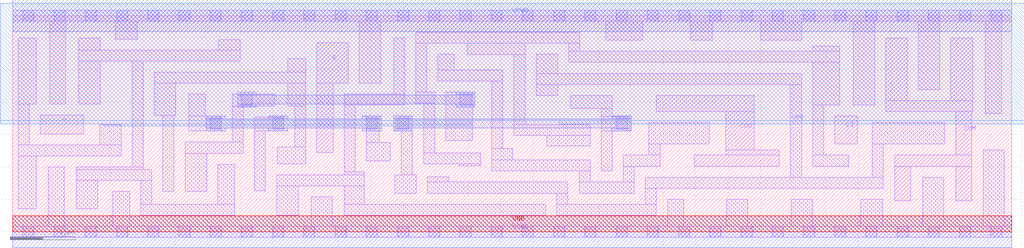
<source format=lef>
# Copyright 2020 The SkyWater PDK Authors
#
# Licensed under the Apache License, Version 2.0 (the "License");
# you may not use this file except in compliance with the License.
# You may obtain a copy of the License at
#
#     https://www.apache.org/licenses/LICENSE-2.0
#
# Unless required by applicable law or agreed to in writing, software
# distributed under the License is distributed on an "AS IS" BASIS,
# WITHOUT WARRANTIES OR CONDITIONS OF ANY KIND, either express or implied.
# See the License for the specific language governing permissions and
# limitations under the License.
#
# SPDX-License-Identifier: Apache-2.0

VERSION 5.7 ;
  NOWIREEXTENSIONATPIN ON ;
  DIVIDERCHAR "/" ;
  BUSBITCHARS "[]" ;
MACRO sky130_fd_sc_hs__fah_4
  CLASS CORE ;
  FOREIGN sky130_fd_sc_hs__fah_4 ;
  ORIGIN  0.000000  0.000000 ;
  SIZE  15.36000 BY  3.330000 ;
  SYMMETRY X Y ;
  SITE unit ;
  PIN A
    ANTENNAGATEAREA  0.492000 ;
    DIRECTION INPUT ;
    USE SIGNAL ;
    PORT
      LAYER li1 ;
        RECT 0.425000 1.510000 1.095000 1.800000 ;
    END
  END A
  PIN B
    ANTENNAGATEAREA  0.723000 ;
    DIRECTION INPUT ;
    USE SIGNAL ;
    PORT
      LAYER li1 ;
        RECT 4.675000 1.220000 4.925000 2.290000 ;
        RECT 4.675000 2.290000 5.155000 2.910000 ;
    END
  END B
  PIN CI
    ANTENNAGATEAREA  0.246000 ;
    DIRECTION INPUT ;
    USE SIGNAL ;
    PORT
      LAYER li1 ;
        RECT 12.635000 1.350000 12.980000 1.780000 ;
    END
  END CI
  PIN COUT
    ANTENNADIFFAREA  1.086400 ;
    DIRECTION OUTPUT ;
    USE SIGNAL ;
    PORT
      LAYER li1 ;
        RECT  9.890000 1.850000 11.395000 2.100000 ;
        RECT 10.475000 1.010000 11.785000 1.180000 ;
        RECT 10.960000 1.180000 11.785000 1.260000 ;
        RECT 10.960000 1.260000 11.395000 1.850000 ;
    END
  END COUT
  PIN SUM
    ANTENNADIFFAREA  1.097600 ;
    DIRECTION OUTPUT ;
    USE SIGNAL ;
    PORT
      LAYER li1 ;
        RECT 13.420000 1.850000 14.755000 2.020000 ;
        RECT 13.420000 2.020000 13.750000 2.980000 ;
        RECT 13.555000 0.480000 13.805000 1.010000 ;
        RECT 13.555000 1.010000 14.745000 1.180000 ;
        RECT 14.420000 2.020000 14.755000 2.980000 ;
        RECT 14.495000 0.480000 14.745000 1.010000 ;
        RECT 14.495000 1.180000 14.745000 1.850000 ;
    END
  END SUM
  PIN VGND
    DIRECTION INOUT ;
    USE GROUND ;
    PORT
      LAYER met1 ;
        RECT 0.000000 -0.245000 15.360000 0.245000 ;
    END
  END VGND
  PIN VNB
    DIRECTION INOUT ;
    USE GROUND ;
    PORT
      LAYER pwell ;
        RECT 0.000000 0.000000 15.360000 0.245000 ;
    END
  END VNB
  PIN VPB
    DIRECTION INOUT ;
    USE POWER ;
    PORT
      LAYER nwell ;
        RECT -0.190000 1.660000  7.055000 1.715000 ;
        RECT -0.190000 1.715000 15.550000 3.520000 ;
        RECT  1.415000 1.630000  7.055000 1.660000 ;
        RECT  8.400000 1.660000 15.550000 1.715000 ;
    END
  END VPB
  PIN VPWR
    DIRECTION INOUT ;
    USE POWER ;
    PORT
      LAYER met1 ;
        RECT 0.000000 3.085000 15.360000 3.575000 ;
    END
  END VPWR
  OBS
    LAYER li1 ;
      RECT  0.000000 -0.085000 15.360000 0.085000 ;
      RECT  0.000000  3.245000 15.360000 3.415000 ;
      RECT  0.085000  0.350000  0.365000 1.170000 ;
      RECT  0.085000  1.170000  1.665000 1.340000 ;
      RECT  0.085000  1.340000  0.255000 1.970000 ;
      RECT  0.085000  1.970000  0.365000 2.980000 ;
      RECT  0.545000  0.085000  0.795000 1.000000 ;
      RECT  0.565000  1.970000  0.815000 3.245000 ;
      RECT  0.975000  0.350000  1.305000 0.790000 ;
      RECT  0.975000  0.790000  2.135000 0.960000 ;
      RECT  0.975000  0.960000  2.005000 1.000000 ;
      RECT  1.015000  1.970000  1.345000 2.630000 ;
      RECT  1.015000  2.630000  3.495000 2.800000 ;
      RECT  1.015000  2.800000  1.345000 2.980000 ;
      RECT  1.335000  1.340000  1.665000 1.650000 ;
      RECT  1.535000  0.085000  1.795000 0.620000 ;
      RECT  1.575000  2.970000  1.915000 3.245000 ;
      RECT  1.835000  1.000000  2.005000 2.630000 ;
      RECT  1.965000  0.255000  3.415000 0.425000 ;
      RECT  1.965000  0.425000  2.135000 0.790000 ;
      RECT  2.175000  1.790000  2.505000 2.290000 ;
      RECT  2.175000  2.290000  4.505000 2.460000 ;
      RECT  2.305000  0.625000  2.475000 1.790000 ;
      RECT  2.655000  0.625000  2.985000 1.210000 ;
      RECT  2.655000  1.210000  3.545000 1.380000 ;
      RECT  2.705000  1.550000  3.205000 1.780000 ;
      RECT  2.705000  1.780000  2.960000 2.120000 ;
      RECT  3.155000  0.425000  3.415000 1.040000 ;
      RECT  3.165000  2.800000  3.495000 2.960000 ;
      RECT  3.375000  1.380000  3.545000 1.935000 ;
      RECT  3.375000  1.935000  4.030000 2.120000 ;
      RECT  3.715000  0.630000  3.885000 1.550000 ;
      RECT  3.715000  1.550000  4.165000 1.765000 ;
      RECT  4.055000  0.255000  4.385000 0.705000 ;
      RECT  4.055000  0.705000  5.405000 0.875000 ;
      RECT  4.065000  1.045000  4.505000 1.310000 ;
      RECT  4.230000  1.935000  4.505000 2.290000 ;
      RECT  4.230000  2.460000  4.505000 2.670000 ;
      RECT  4.335000  1.310000  4.505000 1.935000 ;
      RECT  4.585000  0.085000  4.915000 0.535000 ;
      RECT  5.095000  0.255000  8.195000 0.425000 ;
      RECT  5.095000  0.425000  5.405000 0.705000 ;
      RECT  5.095000  0.875000  5.405000 0.920000 ;
      RECT  5.095000  0.920000  5.265000 1.950000 ;
      RECT  5.095000  1.950000  6.025000 2.120000 ;
      RECT  5.325000  2.290000  5.655000 3.245000 ;
      RECT  5.435000  1.090000  5.805000 1.375000 ;
      RECT  5.435000  1.375000  5.635000 1.780000 ;
      RECT  5.855000  2.120000  6.025000 2.980000 ;
      RECT  5.875000  0.595000  6.205000 0.875000 ;
      RECT  5.885000  1.550000  6.145000 1.780000 ;
      RECT  5.975000  0.875000  6.145000 1.550000 ;
      RECT  6.195000  1.980000  6.485000 2.150000 ;
      RECT  6.195000  2.150000  6.365000 2.905000 ;
      RECT  6.195000  2.905000  8.715000 3.075000 ;
      RECT  6.315000  1.045000  7.195000 1.215000 ;
      RECT  6.315000  1.215000  6.485000 1.980000 ;
      RECT  6.375000  0.595000  8.535000 0.765000 ;
      RECT  6.375000  0.765000  6.705000 0.845000 ;
      RECT  6.535000  2.320000  7.535000 2.490000 ;
      RECT  6.535000  2.490000  6.785000 2.735000 ;
      RECT  6.655000  1.405000  7.075000 2.150000 ;
      RECT  6.865000  1.015000  7.195000 1.045000 ;
      RECT  6.990000  2.725000  7.875000 2.905000 ;
      RECT  7.365000  0.935000  8.875000 1.105000 ;
      RECT  7.365000  1.105000  7.685000 1.285000 ;
      RECT  7.365000  1.285000  7.535000 2.320000 ;
      RECT  7.705000  1.480000  8.875000 1.650000 ;
      RECT  7.705000  1.650000  7.875000 2.725000 ;
      RECT  8.045000  2.095000  8.375000 2.270000 ;
      RECT  8.045000  2.270000 12.125000 2.440000 ;
      RECT  8.045000  2.440000  8.375000 2.735000 ;
      RECT  8.205000  1.320000  8.875000 1.480000 ;
      RECT  8.365000  0.255000  9.895000 0.425000 ;
      RECT  8.365000  0.425000  8.535000 0.595000 ;
      RECT  8.545000  2.610000 12.715000 2.780000 ;
      RECT  8.545000  2.780000  8.715000 2.905000 ;
      RECT  8.580000  1.900000  9.215000 2.100000 ;
      RECT  8.705000  0.595000  9.555000 0.765000 ;
      RECT  8.705000  0.765000  8.875000 0.935000 ;
      RECT  9.045000  0.935000  9.215000 1.550000 ;
      RECT  9.045000  1.550000  9.475000 1.775000 ;
      RECT  9.045000  1.775000  9.215000 1.900000 ;
      RECT  9.115000  2.950000  9.685000 3.245000 ;
      RECT  9.385000  0.765000  9.555000 1.010000 ;
      RECT  9.385000  1.010000  9.950000 1.180000 ;
      RECT  9.725000  0.425000  9.895000 0.670000 ;
      RECT  9.725000  0.670000 13.385000 0.840000 ;
      RECT  9.780000  1.180000  9.950000 1.350000 ;
      RECT  9.780000  1.350000 10.710000 1.680000 ;
      RECT 10.065000  0.085000 10.315000 0.500000 ;
      RECT 10.425000  2.950000 10.755000 3.245000 ;
      RECT 10.965000  0.085000 11.295000 0.500000 ;
      RECT 11.495000  2.950000 12.125000 3.245000 ;
      RECT 11.955000  0.840000 12.125000 2.270000 ;
      RECT 11.965000  0.085000 12.295000 0.500000 ;
      RECT 12.295000  1.010000 12.855000 1.180000 ;
      RECT 12.295000  1.180000 12.465000 1.950000 ;
      RECT 12.295000  1.950000 12.715000 2.610000 ;
      RECT 12.295000  2.780000 12.715000 2.860000 ;
      RECT 12.920000  1.950000 13.250000 3.245000 ;
      RECT 13.035000  0.085000 13.375000 0.500000 ;
      RECT 13.215000  0.840000 13.385000 1.350000 ;
      RECT 13.215000  1.350000 14.325000 1.680000 ;
      RECT 13.920000  2.190000 14.250000 3.245000 ;
      RECT 13.985000  0.085000 14.315000 0.840000 ;
      RECT 14.915000  0.085000 15.245000 1.260000 ;
      RECT 14.950000  1.820000 15.200000 3.245000 ;
    LAYER mcon ;
      RECT  0.155000 -0.085000  0.325000 0.085000 ;
      RECT  0.155000  3.245000  0.325000 3.415000 ;
      RECT  0.635000 -0.085000  0.805000 0.085000 ;
      RECT  0.635000  3.245000  0.805000 3.415000 ;
      RECT  1.115000 -0.085000  1.285000 0.085000 ;
      RECT  1.115000  3.245000  1.285000 3.415000 ;
      RECT  1.595000 -0.085000  1.765000 0.085000 ;
      RECT  1.595000  3.245000  1.765000 3.415000 ;
      RECT  2.075000 -0.085000  2.245000 0.085000 ;
      RECT  2.075000  3.245000  2.245000 3.415000 ;
      RECT  2.555000 -0.085000  2.725000 0.085000 ;
      RECT  2.555000  3.245000  2.725000 3.415000 ;
      RECT  3.035000 -0.085000  3.205000 0.085000 ;
      RECT  3.035000  1.580000  3.205000 1.750000 ;
      RECT  3.035000  3.245000  3.205000 3.415000 ;
      RECT  3.515000 -0.085000  3.685000 0.085000 ;
      RECT  3.515000  1.950000  3.685000 2.120000 ;
      RECT  3.515000  3.245000  3.685000 3.415000 ;
      RECT  3.995000 -0.085000  4.165000 0.085000 ;
      RECT  3.995000  1.580000  4.165000 1.750000 ;
      RECT  3.995000  3.245000  4.165000 3.415000 ;
      RECT  4.475000 -0.085000  4.645000 0.085000 ;
      RECT  4.475000  3.245000  4.645000 3.415000 ;
      RECT  4.955000 -0.085000  5.125000 0.085000 ;
      RECT  4.955000  3.245000  5.125000 3.415000 ;
      RECT  5.435000 -0.085000  5.605000 0.085000 ;
      RECT  5.435000  1.580000  5.605000 1.750000 ;
      RECT  5.435000  3.245000  5.605000 3.415000 ;
      RECT  5.915000 -0.085000  6.085000 0.085000 ;
      RECT  5.915000  1.580000  6.085000 1.750000 ;
      RECT  5.915000  3.245000  6.085000 3.415000 ;
      RECT  6.395000 -0.085000  6.565000 0.085000 ;
      RECT  6.395000  3.245000  6.565000 3.415000 ;
      RECT  6.875000 -0.085000  7.045000 0.085000 ;
      RECT  6.875000  1.950000  7.045000 2.120000 ;
      RECT  6.875000  3.245000  7.045000 3.415000 ;
      RECT  7.355000 -0.085000  7.525000 0.085000 ;
      RECT  7.355000  3.245000  7.525000 3.415000 ;
      RECT  7.835000 -0.085000  8.005000 0.085000 ;
      RECT  7.835000  3.245000  8.005000 3.415000 ;
      RECT  8.315000 -0.085000  8.485000 0.085000 ;
      RECT  8.315000  3.245000  8.485000 3.415000 ;
      RECT  8.795000 -0.085000  8.965000 0.085000 ;
      RECT  8.795000  3.245000  8.965000 3.415000 ;
      RECT  9.275000 -0.085000  9.445000 0.085000 ;
      RECT  9.275000  1.580000  9.445000 1.750000 ;
      RECT  9.275000  3.245000  9.445000 3.415000 ;
      RECT  9.755000 -0.085000  9.925000 0.085000 ;
      RECT  9.755000  3.245000  9.925000 3.415000 ;
      RECT 10.235000 -0.085000 10.405000 0.085000 ;
      RECT 10.235000  3.245000 10.405000 3.415000 ;
      RECT 10.715000 -0.085000 10.885000 0.085000 ;
      RECT 10.715000  3.245000 10.885000 3.415000 ;
      RECT 11.195000 -0.085000 11.365000 0.085000 ;
      RECT 11.195000  3.245000 11.365000 3.415000 ;
      RECT 11.675000 -0.085000 11.845000 0.085000 ;
      RECT 11.675000  3.245000 11.845000 3.415000 ;
      RECT 12.155000 -0.085000 12.325000 0.085000 ;
      RECT 12.155000  3.245000 12.325000 3.415000 ;
      RECT 12.635000 -0.085000 12.805000 0.085000 ;
      RECT 12.635000  3.245000 12.805000 3.415000 ;
      RECT 13.115000 -0.085000 13.285000 0.085000 ;
      RECT 13.115000  3.245000 13.285000 3.415000 ;
      RECT 13.595000 -0.085000 13.765000 0.085000 ;
      RECT 13.595000  3.245000 13.765000 3.415000 ;
      RECT 14.075000 -0.085000 14.245000 0.085000 ;
      RECT 14.075000  3.245000 14.245000 3.415000 ;
      RECT 14.555000 -0.085000 14.725000 0.085000 ;
      RECT 14.555000  3.245000 14.725000 3.415000 ;
      RECT 15.035000 -0.085000 15.205000 0.085000 ;
      RECT 15.035000  3.245000 15.205000 3.415000 ;
    LAYER met1 ;
      RECT 2.975000 1.550000 3.265000 1.595000 ;
      RECT 2.975000 1.595000 5.665000 1.735000 ;
      RECT 2.975000 1.735000 3.265000 1.780000 ;
      RECT 3.455000 1.920000 3.745000 1.965000 ;
      RECT 3.455000 1.965000 7.105000 2.105000 ;
      RECT 3.455000 2.105000 3.745000 2.150000 ;
      RECT 3.935000 1.550000 4.225000 1.595000 ;
      RECT 3.935000 1.735000 4.225000 1.780000 ;
      RECT 5.375000 1.550000 5.665000 1.595000 ;
      RECT 5.375000 1.735000 5.665000 1.780000 ;
      RECT 5.855000 1.550000 6.145000 1.595000 ;
      RECT 5.855000 1.595000 9.505000 1.735000 ;
      RECT 5.855000 1.735000 6.145000 1.780000 ;
      RECT 6.815000 1.920000 7.105000 1.965000 ;
      RECT 6.815000 2.105000 7.105000 2.150000 ;
      RECT 9.215000 1.550000 9.505000 1.595000 ;
      RECT 9.215000 1.735000 9.505000 1.780000 ;
  END
END sky130_fd_sc_hs__fah_4
END LIBRARY

</source>
